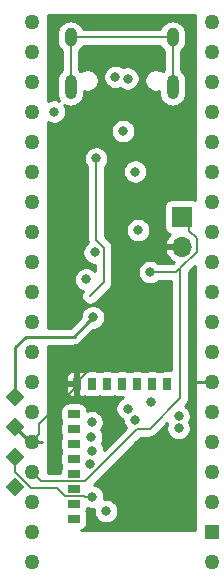
<source format=gbr>
G04 #@! TF.GenerationSoftware,KiCad,Pcbnew,(5.1.8)-1*
G04 #@! TF.CreationDate,2021-04-26T09:33:21+02:00*
G04 #@! TF.ProjectId,BlueMacro,426c7565-4d61-4637-926f-2e6b69636164,rev?*
G04 #@! TF.SameCoordinates,Original*
G04 #@! TF.FileFunction,Copper,L4,Bot*
G04 #@! TF.FilePolarity,Positive*
%FSLAX46Y46*%
G04 Gerber Fmt 4.6, Leading zero omitted, Abs format (unit mm)*
G04 Created by KiCad (PCBNEW (5.1.8)-1) date 2021-04-26 09:33:21*
%MOMM*%
%LPD*%
G01*
G04 APERTURE LIST*
G04 #@! TA.AperFunction,WasherPad*
%ADD10C,1.270000*%
G04 #@! TD*
G04 #@! TA.AperFunction,ComponentPad*
%ADD11C,1.270000*%
G04 #@! TD*
G04 #@! TA.AperFunction,ComponentPad*
%ADD12R,1.250000X1.250000*%
G04 #@! TD*
G04 #@! TA.AperFunction,ComponentPad*
%ADD13R,1.700000X1.700000*%
G04 #@! TD*
G04 #@! TA.AperFunction,ComponentPad*
%ADD14O,1.700000X1.700000*%
G04 #@! TD*
G04 #@! TA.AperFunction,ComponentPad*
%ADD15O,1.000000X1.600000*%
G04 #@! TD*
G04 #@! TA.AperFunction,ComponentPad*
%ADD16O,1.000000X2.100000*%
G04 #@! TD*
G04 #@! TA.AperFunction,ComponentPad*
%ADD17R,0.650000X1.000000*%
G04 #@! TD*
G04 #@! TA.AperFunction,ComponentPad*
%ADD18R,1.000000X0.650000*%
G04 #@! TD*
G04 #@! TA.AperFunction,ComponentPad*
%ADD19C,0.100000*%
G04 #@! TD*
G04 #@! TA.AperFunction,ViaPad*
%ADD20C,0.800000*%
G04 #@! TD*
G04 #@! TA.AperFunction,Conductor*
%ADD21C,0.200000*%
G04 #@! TD*
G04 #@! TA.AperFunction,Conductor*
%ADD22C,0.250000*%
G04 #@! TD*
G04 #@! TA.AperFunction,Conductor*
%ADD23C,0.254000*%
G04 #@! TD*
G04 #@! TA.AperFunction,Conductor*
%ADD24C,0.100000*%
G04 #@! TD*
G04 APERTURE END LIST*
D10*
X55880000Y-27940000D03*
X40640000Y-27940000D03*
X55880000Y-73660000D03*
X40640000Y-73660000D03*
D11*
X40640000Y-71120000D03*
X40640000Y-68580000D03*
X40640000Y-66040000D03*
X40640000Y-63500000D03*
X40640000Y-60960000D03*
X40640000Y-53340000D03*
X40640000Y-50800000D03*
X40640000Y-48260000D03*
X40640000Y-55880000D03*
X40640000Y-58420000D03*
D12*
X55880000Y-71120000D03*
D11*
X55880000Y-68580000D03*
X55880000Y-66040000D03*
X55880000Y-63500000D03*
X55880000Y-60960000D03*
X55880000Y-58420000D03*
X55880000Y-55880000D03*
X55880000Y-53340000D03*
X55880000Y-50800000D03*
X55880000Y-48260000D03*
X55880000Y-45720000D03*
X55880000Y-43180000D03*
X40640000Y-45720000D03*
X40640000Y-43180000D03*
X40640000Y-40640000D03*
X40640000Y-38100000D03*
X40640000Y-35560000D03*
X40640000Y-33020000D03*
X40640000Y-30480000D03*
X55880000Y-30480000D03*
X55880000Y-33020000D03*
X55880000Y-35560000D03*
X55880000Y-38100000D03*
X55880000Y-40640000D03*
D13*
X53340000Y-44450000D03*
D14*
X53340000Y-46990000D03*
D15*
X43940000Y-29270000D03*
X52580000Y-29270000D03*
D16*
X43940000Y-33450000D03*
X52580000Y-33450000D03*
D17*
X48283000Y-58607000D03*
X44473000Y-58607000D03*
X45743000Y-58607000D03*
X49553000Y-58607000D03*
X47013000Y-58607000D03*
X52093000Y-58607000D03*
X50823000Y-58607000D03*
D18*
X44219000Y-70037000D03*
X44219000Y-68767000D03*
X44219000Y-67497000D03*
X44219000Y-66227000D03*
X44219000Y-64957000D03*
X44219000Y-63687000D03*
X44219000Y-62417000D03*
X44219000Y-61147000D03*
G04 #@! TA.AperFunction,ComponentPad*
D19*
G36*
X39243000Y-60467817D02*
G01*
X38465183Y-59690000D01*
X39243000Y-58912183D01*
X40020817Y-59690000D01*
X39243000Y-60467817D01*
G37*
G04 #@! TD.AperFunction*
G04 #@! TA.AperFunction,ComponentPad*
G36*
X39243000Y-63007817D02*
G01*
X38465183Y-62230000D01*
X39243000Y-61452183D01*
X40020817Y-62230000D01*
X39243000Y-63007817D01*
G37*
G04 #@! TD.AperFunction*
G04 #@! TA.AperFunction,ComponentPad*
G36*
X39243000Y-65547817D02*
G01*
X38465183Y-64770000D01*
X39243000Y-63992183D01*
X40020817Y-64770000D01*
X39243000Y-65547817D01*
G37*
G04 #@! TD.AperFunction*
G04 #@! TA.AperFunction,ComponentPad*
G36*
X39243000Y-68087817D02*
G01*
X38465183Y-67310000D01*
X39243000Y-66532183D01*
X40020817Y-67310000D01*
X39243000Y-68087817D01*
G37*
G04 #@! TD.AperFunction*
D20*
X53340000Y-42418000D03*
X52203831Y-35488064D03*
X44316172Y-35488067D03*
X43942000Y-50546000D03*
X47371000Y-42037000D03*
X49657000Y-63754000D03*
X48338011Y-62357000D03*
X46101000Y-39522400D03*
X50673000Y-49149000D03*
X45835649Y-52973684D03*
X49657000Y-45593000D03*
X49403000Y-61631990D03*
X48387000Y-37211000D03*
X45966029Y-47482409D03*
X45755300Y-68160775D03*
X48768000Y-32766000D03*
X45666660Y-63121540D03*
X47726976Y-32628914D03*
X45719991Y-61848991D03*
X45247876Y-49774684D03*
X45574265Y-65386271D03*
X45758100Y-64297560D03*
X53085990Y-62357000D03*
X53086000Y-61341000D03*
X42545000Y-35560000D03*
X49403000Y-40640000D03*
X48768000Y-60706000D03*
X50747991Y-60161560D03*
X46956980Y-69377560D03*
D21*
X41274999Y-62865001D02*
X40640000Y-63500000D01*
X41274999Y-61980001D02*
X41274999Y-62865001D01*
X44473000Y-58782000D02*
X41274999Y-61980001D01*
X44473000Y-58607000D02*
X44473000Y-58782000D01*
X44473000Y-58607000D02*
X44473000Y-58432000D01*
X47285002Y-55619998D02*
X47285002Y-52414000D01*
X44473000Y-58432000D02*
X47285002Y-55619998D01*
D22*
X55880000Y-58420000D02*
X54356000Y-58420000D01*
X41538025Y-63500000D02*
X40640000Y-63500000D01*
X40513000Y-63500000D02*
X39243000Y-62230000D01*
X40640000Y-63500000D02*
X40513000Y-63500000D01*
D21*
X46101000Y-46422443D02*
X46101000Y-39522400D01*
X45575836Y-51184011D02*
X46745498Y-50014349D01*
X46745498Y-50014349D02*
X46745498Y-47066941D01*
X46745498Y-47066941D02*
X46101000Y-46422443D01*
X40640000Y-66040000D02*
X41452001Y-66852001D01*
X41452001Y-66852001D02*
X45161999Y-66852001D01*
X50628001Y-62422001D02*
X53213000Y-59837002D01*
X49591999Y-62422001D02*
X50628001Y-62422001D01*
X45161999Y-66852001D02*
X49591999Y-62422001D01*
X53213000Y-59837002D02*
X53213000Y-48819002D01*
X52883002Y-49149000D02*
X50673000Y-49149000D01*
X53213000Y-48819002D02*
X52883002Y-49149000D01*
X53594000Y-44450000D02*
X53340000Y-44450000D01*
X53975000Y-44831000D02*
X53594000Y-44450000D01*
X53975000Y-45641260D02*
X53975000Y-44831000D01*
X54627780Y-46294040D02*
X53975000Y-45641260D01*
X54627780Y-47406560D02*
X54627780Y-46294040D01*
X53215338Y-48819002D02*
X54627780Y-47406560D01*
X53213000Y-48819002D02*
X53215338Y-48819002D01*
D22*
X45435650Y-53373683D02*
X45835649Y-52973684D01*
X45763656Y-53045677D02*
X45835649Y-52973684D01*
X40132000Y-54610000D02*
X44199333Y-54610000D01*
X39243000Y-59690000D02*
X39243000Y-55499000D01*
X39243000Y-55499000D02*
X40132000Y-54610000D01*
X44199333Y-54610000D02*
X45435650Y-53373683D01*
D21*
X40553099Y-67418001D02*
X42755001Y-67418001D01*
X42755001Y-67418001D02*
X43463329Y-68126329D01*
X45189615Y-68160775D02*
X45755300Y-68160775D01*
X39243000Y-66107902D02*
X40553099Y-67418001D01*
X43463329Y-68126329D02*
X45155169Y-68126329D01*
X39243000Y-64770000D02*
X39243000Y-66107902D01*
X45155169Y-68126329D02*
X45189615Y-68160775D01*
X52580000Y-30270000D02*
X52580000Y-33450000D01*
X52580000Y-29270000D02*
X52580000Y-30270000D01*
X43940000Y-30270000D02*
X43940000Y-33450000D01*
X43940000Y-29270000D02*
X43940000Y-30270000D01*
X43940000Y-29270000D02*
X51880000Y-29270000D01*
X51880000Y-29270000D02*
X52580000Y-29270000D01*
D23*
X54483000Y-70993000D02*
X44790806Y-70993000D01*
X44843482Y-70987812D01*
X44963180Y-70951502D01*
X45073494Y-70892537D01*
X45170185Y-70813185D01*
X45249537Y-70716494D01*
X45308502Y-70606180D01*
X45344812Y-70486482D01*
X45357072Y-70362000D01*
X45357072Y-69712000D01*
X45344812Y-69587518D01*
X45308502Y-69467820D01*
X45273320Y-69402000D01*
X45308502Y-69336180D01*
X45344812Y-69216482D01*
X45354792Y-69115155D01*
X45453402Y-69156001D01*
X45653361Y-69195775D01*
X45857239Y-69195775D01*
X45941184Y-69179078D01*
X45921980Y-69275621D01*
X45921980Y-69479499D01*
X45961754Y-69679458D01*
X46039775Y-69867816D01*
X46153043Y-70037334D01*
X46297206Y-70181497D01*
X46466724Y-70294765D01*
X46655082Y-70372786D01*
X46855041Y-70412560D01*
X47058919Y-70412560D01*
X47258878Y-70372786D01*
X47447236Y-70294765D01*
X47616754Y-70181497D01*
X47760917Y-70037334D01*
X47874185Y-69867816D01*
X47952206Y-69679458D01*
X47991980Y-69479499D01*
X47991980Y-69275621D01*
X47952206Y-69075662D01*
X47874185Y-68887304D01*
X47760917Y-68717786D01*
X47616754Y-68573623D01*
X47447236Y-68460355D01*
X47258878Y-68382334D01*
X47058919Y-68342560D01*
X46855041Y-68342560D01*
X46771096Y-68359257D01*
X46790300Y-68262714D01*
X46790300Y-68058836D01*
X46750526Y-67858877D01*
X46672505Y-67670519D01*
X46559237Y-67501001D01*
X46415074Y-67356838D01*
X46245556Y-67243570D01*
X46057198Y-67165549D01*
X45915986Y-67137460D01*
X49896446Y-63157001D01*
X50591896Y-63157001D01*
X50628001Y-63160557D01*
X50664106Y-63157001D01*
X50772086Y-63146366D01*
X50910634Y-63104338D01*
X51038321Y-63036088D01*
X51150239Y-62944239D01*
X51173260Y-62916189D01*
X52130658Y-61958791D01*
X52090764Y-62055102D01*
X52050990Y-62255061D01*
X52050990Y-62458939D01*
X52090764Y-62658898D01*
X52168785Y-62847256D01*
X52282053Y-63016774D01*
X52426216Y-63160937D01*
X52595734Y-63274205D01*
X52784092Y-63352226D01*
X52984051Y-63392000D01*
X53187929Y-63392000D01*
X53387888Y-63352226D01*
X53576246Y-63274205D01*
X53745764Y-63160937D01*
X53889927Y-63016774D01*
X54003195Y-62847256D01*
X54081216Y-62658898D01*
X54120990Y-62458939D01*
X54120990Y-62255061D01*
X54081216Y-62055102D01*
X54003195Y-61866744D01*
X53991344Y-61849007D01*
X54003205Y-61831256D01*
X54081226Y-61642898D01*
X54121000Y-61442939D01*
X54121000Y-61239061D01*
X54081226Y-61039102D01*
X54003205Y-60850744D01*
X53889937Y-60681226D01*
X53745774Y-60537063D01*
X53629846Y-60459603D01*
X53707197Y-60382252D01*
X53735237Y-60359240D01*
X53758250Y-60331199D01*
X53758253Y-60331196D01*
X53827087Y-60247322D01*
X53895337Y-60119636D01*
X53937365Y-59981087D01*
X53951556Y-59837002D01*
X53948000Y-59800897D01*
X53948000Y-49125786D01*
X54483000Y-48590787D01*
X54483000Y-70993000D01*
G04 #@! TA.AperFunction,Conductor*
D24*
G36*
X54483000Y-70993000D02*
G01*
X44790806Y-70993000D01*
X44843482Y-70987812D01*
X44963180Y-70951502D01*
X45073494Y-70892537D01*
X45170185Y-70813185D01*
X45249537Y-70716494D01*
X45308502Y-70606180D01*
X45344812Y-70486482D01*
X45357072Y-70362000D01*
X45357072Y-69712000D01*
X45344812Y-69587518D01*
X45308502Y-69467820D01*
X45273320Y-69402000D01*
X45308502Y-69336180D01*
X45344812Y-69216482D01*
X45354792Y-69115155D01*
X45453402Y-69156001D01*
X45653361Y-69195775D01*
X45857239Y-69195775D01*
X45941184Y-69179078D01*
X45921980Y-69275621D01*
X45921980Y-69479499D01*
X45961754Y-69679458D01*
X46039775Y-69867816D01*
X46153043Y-70037334D01*
X46297206Y-70181497D01*
X46466724Y-70294765D01*
X46655082Y-70372786D01*
X46855041Y-70412560D01*
X47058919Y-70412560D01*
X47258878Y-70372786D01*
X47447236Y-70294765D01*
X47616754Y-70181497D01*
X47760917Y-70037334D01*
X47874185Y-69867816D01*
X47952206Y-69679458D01*
X47991980Y-69479499D01*
X47991980Y-69275621D01*
X47952206Y-69075662D01*
X47874185Y-68887304D01*
X47760917Y-68717786D01*
X47616754Y-68573623D01*
X47447236Y-68460355D01*
X47258878Y-68382334D01*
X47058919Y-68342560D01*
X46855041Y-68342560D01*
X46771096Y-68359257D01*
X46790300Y-68262714D01*
X46790300Y-68058836D01*
X46750526Y-67858877D01*
X46672505Y-67670519D01*
X46559237Y-67501001D01*
X46415074Y-67356838D01*
X46245556Y-67243570D01*
X46057198Y-67165549D01*
X45915986Y-67137460D01*
X49896446Y-63157001D01*
X50591896Y-63157001D01*
X50628001Y-63160557D01*
X50664106Y-63157001D01*
X50772086Y-63146366D01*
X50910634Y-63104338D01*
X51038321Y-63036088D01*
X51150239Y-62944239D01*
X51173260Y-62916189D01*
X52130658Y-61958791D01*
X52090764Y-62055102D01*
X52050990Y-62255061D01*
X52050990Y-62458939D01*
X52090764Y-62658898D01*
X52168785Y-62847256D01*
X52282053Y-63016774D01*
X52426216Y-63160937D01*
X52595734Y-63274205D01*
X52784092Y-63352226D01*
X52984051Y-63392000D01*
X53187929Y-63392000D01*
X53387888Y-63352226D01*
X53576246Y-63274205D01*
X53745764Y-63160937D01*
X53889927Y-63016774D01*
X54003195Y-62847256D01*
X54081216Y-62658898D01*
X54120990Y-62458939D01*
X54120990Y-62255061D01*
X54081216Y-62055102D01*
X54003195Y-61866744D01*
X53991344Y-61849007D01*
X54003205Y-61831256D01*
X54081226Y-61642898D01*
X54121000Y-61442939D01*
X54121000Y-61239061D01*
X54081226Y-61039102D01*
X54003205Y-60850744D01*
X53889937Y-60681226D01*
X53745774Y-60537063D01*
X53629846Y-60459603D01*
X53707197Y-60382252D01*
X53735237Y-60359240D01*
X53758250Y-60331199D01*
X53758253Y-60331196D01*
X53827087Y-60247322D01*
X53895337Y-60119636D01*
X53937365Y-59981087D01*
X53951556Y-59837002D01*
X53948000Y-59800897D01*
X53948000Y-49125786D01*
X54483000Y-48590787D01*
X54483000Y-70993000D01*
G37*
G04 #@! TD.AperFunction*
D23*
X54483000Y-43036593D02*
X54434180Y-43010498D01*
X54314482Y-42974188D01*
X54190000Y-42961928D01*
X52490000Y-42961928D01*
X52365518Y-42974188D01*
X52245820Y-43010498D01*
X52135506Y-43069463D01*
X52038815Y-43148815D01*
X51959463Y-43245506D01*
X51900498Y-43355820D01*
X51864188Y-43475518D01*
X51851928Y-43600000D01*
X51851928Y-45300000D01*
X51864188Y-45424482D01*
X51900498Y-45544180D01*
X51959463Y-45654494D01*
X52038815Y-45751185D01*
X52135506Y-45830537D01*
X52245820Y-45889502D01*
X52326466Y-45913966D01*
X52242412Y-45989731D01*
X52068359Y-46223080D01*
X51943175Y-46485901D01*
X51898524Y-46633110D01*
X52019845Y-46863000D01*
X53213000Y-46863000D01*
X53213000Y-46843000D01*
X53467000Y-46843000D01*
X53467000Y-46863000D01*
X53487000Y-46863000D01*
X53487000Y-47117000D01*
X53467000Y-47117000D01*
X53467000Y-47137000D01*
X53213000Y-47137000D01*
X53213000Y-47117000D01*
X52019845Y-47117000D01*
X51898524Y-47346890D01*
X51943175Y-47494099D01*
X52068359Y-47756920D01*
X52242412Y-47990269D01*
X52458645Y-48185178D01*
X52676056Y-48314683D01*
X52667741Y-48324815D01*
X52578556Y-48414000D01*
X51401711Y-48414000D01*
X51332774Y-48345063D01*
X51163256Y-48231795D01*
X50974898Y-48153774D01*
X50774939Y-48114000D01*
X50571061Y-48114000D01*
X50371102Y-48153774D01*
X50182744Y-48231795D01*
X50013226Y-48345063D01*
X49869063Y-48489226D01*
X49755795Y-48658744D01*
X49677774Y-48847102D01*
X49638000Y-49047061D01*
X49638000Y-49250939D01*
X49677774Y-49450898D01*
X49755795Y-49639256D01*
X49869063Y-49808774D01*
X50013226Y-49952937D01*
X50182744Y-50066205D01*
X50371102Y-50144226D01*
X50571061Y-50184000D01*
X50774939Y-50184000D01*
X50974898Y-50144226D01*
X51163256Y-50066205D01*
X51332774Y-49952937D01*
X51401711Y-49884000D01*
X52478001Y-49884000D01*
X52478000Y-57474837D01*
X52418000Y-57468928D01*
X51768000Y-57468928D01*
X51643518Y-57481188D01*
X51523820Y-57517498D01*
X51458000Y-57552680D01*
X51392180Y-57517498D01*
X51272482Y-57481188D01*
X51148000Y-57468928D01*
X50498000Y-57468928D01*
X50373518Y-57481188D01*
X50253820Y-57517498D01*
X50188000Y-57552680D01*
X50122180Y-57517498D01*
X50002482Y-57481188D01*
X49878000Y-57468928D01*
X49228000Y-57468928D01*
X49103518Y-57481188D01*
X48983820Y-57517498D01*
X48918000Y-57552680D01*
X48852180Y-57517498D01*
X48732482Y-57481188D01*
X48608000Y-57468928D01*
X47958000Y-57468928D01*
X47833518Y-57481188D01*
X47713820Y-57517498D01*
X47648000Y-57552680D01*
X47582180Y-57517498D01*
X47462482Y-57481188D01*
X47338000Y-57468928D01*
X46688000Y-57468928D01*
X46563518Y-57481188D01*
X46443820Y-57517498D01*
X46378000Y-57552680D01*
X46312180Y-57517498D01*
X46192482Y-57481188D01*
X46068000Y-57468928D01*
X45418000Y-57468928D01*
X45293518Y-57481188D01*
X45173820Y-57517498D01*
X45108000Y-57552680D01*
X45042180Y-57517498D01*
X44922482Y-57481188D01*
X44798000Y-57468928D01*
X44758750Y-57472000D01*
X44600000Y-57630750D01*
X44600000Y-58480000D01*
X44620000Y-58480000D01*
X44620000Y-58734000D01*
X44600000Y-58734000D01*
X44600000Y-59583250D01*
X44758750Y-59742000D01*
X44798000Y-59745072D01*
X44922482Y-59732812D01*
X45042180Y-59696502D01*
X45108000Y-59661320D01*
X45173820Y-59696502D01*
X45293518Y-59732812D01*
X45418000Y-59745072D01*
X46068000Y-59745072D01*
X46192482Y-59732812D01*
X46312180Y-59696502D01*
X46378000Y-59661320D01*
X46443820Y-59696502D01*
X46563518Y-59732812D01*
X46688000Y-59745072D01*
X47338000Y-59745072D01*
X47462482Y-59732812D01*
X47582180Y-59696502D01*
X47648000Y-59661320D01*
X47713820Y-59696502D01*
X47833518Y-59732812D01*
X47958000Y-59745072D01*
X48383300Y-59745072D01*
X48277744Y-59788795D01*
X48108226Y-59902063D01*
X47964063Y-60046226D01*
X47850795Y-60215744D01*
X47772774Y-60404102D01*
X47733000Y-60604061D01*
X47733000Y-60807939D01*
X47772774Y-61007898D01*
X47850795Y-61196256D01*
X47964063Y-61365774D01*
X48108226Y-61509937D01*
X48277744Y-61623205D01*
X48368000Y-61660591D01*
X48368000Y-61733929D01*
X48407774Y-61933888D01*
X48485795Y-62122246D01*
X48599063Y-62291764D01*
X48640926Y-62333627D01*
X46790749Y-64183804D01*
X46753326Y-63995662D01*
X46675305Y-63807304D01*
X46564268Y-63641125D01*
X46583865Y-63611796D01*
X46661886Y-63423438D01*
X46701660Y-63223479D01*
X46701660Y-63019601D01*
X46661886Y-62819642D01*
X46583865Y-62631284D01*
X46510783Y-62521910D01*
X46523928Y-62508765D01*
X46637196Y-62339247D01*
X46715217Y-62150889D01*
X46754991Y-61950930D01*
X46754991Y-61747052D01*
X46715217Y-61547093D01*
X46637196Y-61358735D01*
X46523928Y-61189217D01*
X46379765Y-61045054D01*
X46210247Y-60931786D01*
X46021889Y-60853765D01*
X45821930Y-60813991D01*
X45618052Y-60813991D01*
X45418093Y-60853765D01*
X45357072Y-60879041D01*
X45357072Y-60822000D01*
X45344812Y-60697518D01*
X45308502Y-60577820D01*
X45249537Y-60467506D01*
X45170185Y-60370815D01*
X45073494Y-60291463D01*
X44963180Y-60232498D01*
X44843482Y-60196188D01*
X44719000Y-60183928D01*
X43719000Y-60183928D01*
X43594518Y-60196188D01*
X43474820Y-60232498D01*
X43364506Y-60291463D01*
X43267815Y-60370815D01*
X43188463Y-60467506D01*
X43129498Y-60577820D01*
X43093188Y-60697518D01*
X43080928Y-60822000D01*
X43080928Y-61472000D01*
X43093188Y-61596482D01*
X43129498Y-61716180D01*
X43164680Y-61782000D01*
X43129498Y-61847820D01*
X43093188Y-61967518D01*
X43080928Y-62092000D01*
X43080928Y-62742000D01*
X43093188Y-62866482D01*
X43129498Y-62986180D01*
X43164680Y-63052000D01*
X43129498Y-63117820D01*
X43093188Y-63237518D01*
X43080928Y-63362000D01*
X43080928Y-64012000D01*
X43093188Y-64136482D01*
X43129498Y-64256180D01*
X43164680Y-64322000D01*
X43129498Y-64387820D01*
X43093188Y-64507518D01*
X43080928Y-64632000D01*
X43080928Y-65282000D01*
X43093188Y-65406482D01*
X43129498Y-65526180D01*
X43164680Y-65592000D01*
X43129498Y-65657820D01*
X43093188Y-65777518D01*
X43080928Y-65902000D01*
X43080928Y-66117001D01*
X42037000Y-66117001D01*
X42037000Y-59107000D01*
X43509928Y-59107000D01*
X43522188Y-59231482D01*
X43558498Y-59351180D01*
X43617463Y-59461494D01*
X43696815Y-59558185D01*
X43793506Y-59637537D01*
X43903820Y-59696502D01*
X44023518Y-59732812D01*
X44148000Y-59745072D01*
X44187250Y-59742000D01*
X44346000Y-59583250D01*
X44346000Y-58734000D01*
X43671750Y-58734000D01*
X43513000Y-58892750D01*
X43509928Y-59107000D01*
X42037000Y-59107000D01*
X42037000Y-58107000D01*
X43509928Y-58107000D01*
X43513000Y-58321250D01*
X43671750Y-58480000D01*
X44346000Y-58480000D01*
X44346000Y-57630750D01*
X44187250Y-57472000D01*
X44148000Y-57468928D01*
X44023518Y-57481188D01*
X43903820Y-57517498D01*
X43793506Y-57576463D01*
X43696815Y-57655815D01*
X43617463Y-57752506D01*
X43558498Y-57862820D01*
X43522188Y-57982518D01*
X43509928Y-58107000D01*
X42037000Y-58107000D01*
X42037000Y-55370000D01*
X44162011Y-55370000D01*
X44199333Y-55373676D01*
X44236655Y-55370000D01*
X44236666Y-55370000D01*
X44348319Y-55359003D01*
X44491580Y-55315546D01*
X44623609Y-55244974D01*
X44739334Y-55150001D01*
X44763137Y-55120997D01*
X45875451Y-54008684D01*
X45937588Y-54008684D01*
X46137547Y-53968910D01*
X46325905Y-53890889D01*
X46495423Y-53777621D01*
X46639586Y-53633458D01*
X46752854Y-53463940D01*
X46830875Y-53275582D01*
X46870649Y-53075623D01*
X46870649Y-52871745D01*
X46830875Y-52671786D01*
X46752854Y-52483428D01*
X46639586Y-52313910D01*
X46495423Y-52169747D01*
X46325905Y-52056479D01*
X46137547Y-51978458D01*
X45937588Y-51938684D01*
X45733710Y-51938684D01*
X45533751Y-51978458D01*
X45345393Y-52056479D01*
X45175875Y-52169747D01*
X45031712Y-52313910D01*
X44918444Y-52483428D01*
X44840423Y-52671786D01*
X44800649Y-52871745D01*
X44800649Y-52933882D01*
X43884532Y-53850000D01*
X42037000Y-53850000D01*
X42037000Y-49672745D01*
X44212876Y-49672745D01*
X44212876Y-49876623D01*
X44252650Y-50076582D01*
X44330671Y-50264940D01*
X44443939Y-50434458D01*
X44588102Y-50578621D01*
X44757620Y-50691889D01*
X44945978Y-50769910D01*
X44962205Y-50773138D01*
X44961750Y-50773692D01*
X44893500Y-50901378D01*
X44851471Y-51039926D01*
X44837280Y-51184011D01*
X44851471Y-51328096D01*
X44893500Y-51466644D01*
X44961750Y-51594330D01*
X45053599Y-51706248D01*
X45165517Y-51798097D01*
X45293203Y-51866347D01*
X45431751Y-51908376D01*
X45575836Y-51922567D01*
X45719921Y-51908376D01*
X45858469Y-51866347D01*
X45986155Y-51798097D01*
X46070029Y-51729264D01*
X47239695Y-50559599D01*
X47267735Y-50536587D01*
X47290748Y-50508546D01*
X47290751Y-50508543D01*
X47315615Y-50478246D01*
X47359585Y-50424669D01*
X47427835Y-50296982D01*
X47469863Y-50158434D01*
X47480498Y-50050454D01*
X47480498Y-50050453D01*
X47484054Y-50014349D01*
X47480498Y-49978244D01*
X47480498Y-47103046D01*
X47484054Y-47066941D01*
X47469863Y-46922856D01*
X47444514Y-46839293D01*
X47427835Y-46784308D01*
X47359585Y-46656621D01*
X47267736Y-46544703D01*
X47239691Y-46521687D01*
X46836000Y-46117997D01*
X46836000Y-45491061D01*
X48622000Y-45491061D01*
X48622000Y-45694939D01*
X48661774Y-45894898D01*
X48739795Y-46083256D01*
X48853063Y-46252774D01*
X48997226Y-46396937D01*
X49166744Y-46510205D01*
X49355102Y-46588226D01*
X49555061Y-46628000D01*
X49758939Y-46628000D01*
X49958898Y-46588226D01*
X50147256Y-46510205D01*
X50316774Y-46396937D01*
X50460937Y-46252774D01*
X50574205Y-46083256D01*
X50652226Y-45894898D01*
X50692000Y-45694939D01*
X50692000Y-45491061D01*
X50652226Y-45291102D01*
X50574205Y-45102744D01*
X50460937Y-44933226D01*
X50316774Y-44789063D01*
X50147256Y-44675795D01*
X49958898Y-44597774D01*
X49758939Y-44558000D01*
X49555061Y-44558000D01*
X49355102Y-44597774D01*
X49166744Y-44675795D01*
X48997226Y-44789063D01*
X48853063Y-44933226D01*
X48739795Y-45102744D01*
X48661774Y-45291102D01*
X48622000Y-45491061D01*
X46836000Y-45491061D01*
X46836000Y-40538061D01*
X48368000Y-40538061D01*
X48368000Y-40741939D01*
X48407774Y-40941898D01*
X48485795Y-41130256D01*
X48599063Y-41299774D01*
X48743226Y-41443937D01*
X48912744Y-41557205D01*
X49101102Y-41635226D01*
X49301061Y-41675000D01*
X49504939Y-41675000D01*
X49704898Y-41635226D01*
X49893256Y-41557205D01*
X50062774Y-41443937D01*
X50206937Y-41299774D01*
X50320205Y-41130256D01*
X50398226Y-40941898D01*
X50438000Y-40741939D01*
X50438000Y-40538061D01*
X50398226Y-40338102D01*
X50320205Y-40149744D01*
X50206937Y-39980226D01*
X50062774Y-39836063D01*
X49893256Y-39722795D01*
X49704898Y-39644774D01*
X49504939Y-39605000D01*
X49301061Y-39605000D01*
X49101102Y-39644774D01*
X48912744Y-39722795D01*
X48743226Y-39836063D01*
X48599063Y-39980226D01*
X48485795Y-40149744D01*
X48407774Y-40338102D01*
X48368000Y-40538061D01*
X46836000Y-40538061D01*
X46836000Y-40251111D01*
X46904937Y-40182174D01*
X47018205Y-40012656D01*
X47096226Y-39824298D01*
X47136000Y-39624339D01*
X47136000Y-39420461D01*
X47096226Y-39220502D01*
X47018205Y-39032144D01*
X46904937Y-38862626D01*
X46760774Y-38718463D01*
X46591256Y-38605195D01*
X46402898Y-38527174D01*
X46202939Y-38487400D01*
X45999061Y-38487400D01*
X45799102Y-38527174D01*
X45610744Y-38605195D01*
X45441226Y-38718463D01*
X45297063Y-38862626D01*
X45183795Y-39032144D01*
X45105774Y-39220502D01*
X45066000Y-39420461D01*
X45066000Y-39624339D01*
X45105774Y-39824298D01*
X45183795Y-40012656D01*
X45297063Y-40182174D01*
X45366001Y-40251112D01*
X45366000Y-46386338D01*
X45362444Y-46422443D01*
X45376505Y-46565204D01*
X45376635Y-46566527D01*
X45393009Y-46620505D01*
X45306255Y-46678472D01*
X45162092Y-46822635D01*
X45048824Y-46992153D01*
X44970803Y-47180511D01*
X44931029Y-47380470D01*
X44931029Y-47584348D01*
X44970803Y-47784307D01*
X45048824Y-47972665D01*
X45162092Y-48142183D01*
X45306255Y-48286346D01*
X45475773Y-48399614D01*
X45664131Y-48477635D01*
X45864090Y-48517409D01*
X46010499Y-48517409D01*
X46010498Y-49073595D01*
X45907650Y-48970747D01*
X45738132Y-48857479D01*
X45549774Y-48779458D01*
X45349815Y-48739684D01*
X45145937Y-48739684D01*
X44945978Y-48779458D01*
X44757620Y-48857479D01*
X44588102Y-48970747D01*
X44443939Y-49114910D01*
X44330671Y-49284428D01*
X44252650Y-49472786D01*
X44212876Y-49672745D01*
X42037000Y-49672745D01*
X42037000Y-37109061D01*
X47352000Y-37109061D01*
X47352000Y-37312939D01*
X47391774Y-37512898D01*
X47469795Y-37701256D01*
X47583063Y-37870774D01*
X47727226Y-38014937D01*
X47896744Y-38128205D01*
X48085102Y-38206226D01*
X48285061Y-38246000D01*
X48488939Y-38246000D01*
X48688898Y-38206226D01*
X48877256Y-38128205D01*
X49046774Y-38014937D01*
X49190937Y-37870774D01*
X49304205Y-37701256D01*
X49382226Y-37512898D01*
X49422000Y-37312939D01*
X49422000Y-37109061D01*
X49382226Y-36909102D01*
X49304205Y-36720744D01*
X49190937Y-36551226D01*
X49046774Y-36407063D01*
X48877256Y-36293795D01*
X48688898Y-36215774D01*
X48488939Y-36176000D01*
X48285061Y-36176000D01*
X48085102Y-36215774D01*
X47896744Y-36293795D01*
X47727226Y-36407063D01*
X47583063Y-36551226D01*
X47469795Y-36720744D01*
X47391774Y-36909102D01*
X47352000Y-37109061D01*
X42037000Y-37109061D01*
X42037000Y-36465349D01*
X42054744Y-36477205D01*
X42243102Y-36555226D01*
X42443061Y-36595000D01*
X42646939Y-36595000D01*
X42846898Y-36555226D01*
X43035256Y-36477205D01*
X43204774Y-36363937D01*
X43348937Y-36219774D01*
X43462205Y-36050256D01*
X43540226Y-35861898D01*
X43580000Y-35661939D01*
X43580000Y-35458061D01*
X43540226Y-35258102D01*
X43462205Y-35069744D01*
X43422533Y-35010370D01*
X43503553Y-35053676D01*
X43717501Y-35118577D01*
X43940000Y-35140491D01*
X44162498Y-35118577D01*
X44376446Y-35053676D01*
X44573623Y-34948284D01*
X44746449Y-34806449D01*
X44888284Y-34633623D01*
X44993676Y-34436447D01*
X45058577Y-34222499D01*
X45075000Y-34055752D01*
X45075000Y-33836904D01*
X45089978Y-33843108D01*
X45275448Y-33880000D01*
X45464552Y-33880000D01*
X45650022Y-33843108D01*
X45824731Y-33770741D01*
X45981964Y-33665681D01*
X46115681Y-33531964D01*
X46220741Y-33374731D01*
X46293108Y-33200022D01*
X46330000Y-33014552D01*
X46330000Y-32825448D01*
X46293108Y-32639978D01*
X46246301Y-32526975D01*
X46691976Y-32526975D01*
X46691976Y-32730853D01*
X46731750Y-32930812D01*
X46809771Y-33119170D01*
X46923039Y-33288688D01*
X47067202Y-33432851D01*
X47236720Y-33546119D01*
X47425078Y-33624140D01*
X47625037Y-33663914D01*
X47828915Y-33663914D01*
X48028874Y-33624140D01*
X48127936Y-33583107D01*
X48277744Y-33683205D01*
X48466102Y-33761226D01*
X48666061Y-33801000D01*
X48869939Y-33801000D01*
X49069898Y-33761226D01*
X49258256Y-33683205D01*
X49427774Y-33569937D01*
X49571937Y-33425774D01*
X49685205Y-33256256D01*
X49763226Y-33067898D01*
X49803000Y-32867939D01*
X49803000Y-32664061D01*
X49763226Y-32464102D01*
X49685205Y-32275744D01*
X49571937Y-32106226D01*
X49427774Y-31962063D01*
X49258256Y-31848795D01*
X49069898Y-31770774D01*
X48869939Y-31731000D01*
X48666061Y-31731000D01*
X48466102Y-31770774D01*
X48367040Y-31811807D01*
X48217232Y-31711709D01*
X48028874Y-31633688D01*
X47828915Y-31593914D01*
X47625037Y-31593914D01*
X47425078Y-31633688D01*
X47236720Y-31711709D01*
X47067202Y-31824977D01*
X46923039Y-31969140D01*
X46809771Y-32138658D01*
X46731750Y-32327016D01*
X46691976Y-32526975D01*
X46246301Y-32526975D01*
X46220741Y-32465269D01*
X46115681Y-32308036D01*
X45981964Y-32174319D01*
X45824731Y-32069259D01*
X45650022Y-31996892D01*
X45464552Y-31960000D01*
X45275448Y-31960000D01*
X45089978Y-31996892D01*
X44915269Y-32069259D01*
X44793362Y-32150715D01*
X44746449Y-32093551D01*
X44675000Y-32034914D01*
X44675000Y-30435086D01*
X44746449Y-30376449D01*
X44888284Y-30203623D01*
X44993676Y-30006447D01*
X44994115Y-30005000D01*
X51525885Y-30005000D01*
X51526324Y-30006446D01*
X51631716Y-30203623D01*
X51773551Y-30376449D01*
X51845000Y-30435086D01*
X51845001Y-32034915D01*
X51773552Y-32093551D01*
X51726638Y-32150715D01*
X51604731Y-32069259D01*
X51430022Y-31996892D01*
X51244552Y-31960000D01*
X51055448Y-31960000D01*
X50869978Y-31996892D01*
X50695269Y-32069259D01*
X50538036Y-32174319D01*
X50404319Y-32308036D01*
X50299259Y-32465269D01*
X50226892Y-32639978D01*
X50190000Y-32825448D01*
X50190000Y-33014552D01*
X50226892Y-33200022D01*
X50299259Y-33374731D01*
X50404319Y-33531964D01*
X50538036Y-33665681D01*
X50695269Y-33770741D01*
X50869978Y-33843108D01*
X51055448Y-33880000D01*
X51244552Y-33880000D01*
X51430022Y-33843108D01*
X51445000Y-33836904D01*
X51445000Y-34055751D01*
X51461423Y-34222498D01*
X51526324Y-34436446D01*
X51631716Y-34633623D01*
X51773551Y-34806449D01*
X51946377Y-34948284D01*
X52143553Y-35053676D01*
X52357501Y-35118577D01*
X52580000Y-35140491D01*
X52802498Y-35118577D01*
X53016446Y-35053676D01*
X53213623Y-34948284D01*
X53386449Y-34806449D01*
X53528284Y-34633623D01*
X53633676Y-34436447D01*
X53698577Y-34222499D01*
X53715000Y-34055752D01*
X53715000Y-32844248D01*
X53698577Y-32677501D01*
X53633676Y-32463553D01*
X53528284Y-32266377D01*
X53386449Y-32093551D01*
X53315000Y-32034914D01*
X53315000Y-30435086D01*
X53386449Y-30376449D01*
X53528284Y-30203623D01*
X53633676Y-30006447D01*
X53698577Y-29792499D01*
X53715000Y-29625752D01*
X53715000Y-28914249D01*
X53698577Y-28747502D01*
X53633676Y-28533554D01*
X53528284Y-28336377D01*
X53386449Y-28163551D01*
X53213623Y-28021716D01*
X53016447Y-27916324D01*
X52802499Y-27851423D01*
X52580000Y-27829509D01*
X52357502Y-27851423D01*
X52143554Y-27916324D01*
X51946378Y-28021716D01*
X51773552Y-28163551D01*
X51631717Y-28336377D01*
X51526324Y-28533553D01*
X51525885Y-28535000D01*
X44994115Y-28535000D01*
X44993676Y-28533554D01*
X44888284Y-28336377D01*
X44746449Y-28163551D01*
X44573623Y-28021716D01*
X44376447Y-27916324D01*
X44162499Y-27851423D01*
X43940000Y-27829509D01*
X43717502Y-27851423D01*
X43503554Y-27916324D01*
X43306378Y-28021716D01*
X43133552Y-28163551D01*
X42991717Y-28336377D01*
X42886324Y-28533553D01*
X42821423Y-28747501D01*
X42805000Y-28914248D01*
X42805000Y-29625751D01*
X42821423Y-29792498D01*
X42886324Y-30006446D01*
X42991716Y-30203623D01*
X43133551Y-30376449D01*
X43205000Y-30435086D01*
X43205001Y-32034915D01*
X43133552Y-32093551D01*
X42991717Y-32266377D01*
X42886324Y-32463553D01*
X42821423Y-32677501D01*
X42805000Y-32844248D01*
X42805000Y-34055751D01*
X42821423Y-34222498D01*
X42886324Y-34436446D01*
X42985632Y-34622240D01*
X42846898Y-34564774D01*
X42646939Y-34525000D01*
X42443061Y-34525000D01*
X42243102Y-34564774D01*
X42054744Y-34642795D01*
X42037000Y-34654651D01*
X42037000Y-27380000D01*
X54483000Y-27380000D01*
X54483000Y-43036593D01*
G04 #@! TA.AperFunction,Conductor*
D24*
G36*
X54483000Y-43036593D02*
G01*
X54434180Y-43010498D01*
X54314482Y-42974188D01*
X54190000Y-42961928D01*
X52490000Y-42961928D01*
X52365518Y-42974188D01*
X52245820Y-43010498D01*
X52135506Y-43069463D01*
X52038815Y-43148815D01*
X51959463Y-43245506D01*
X51900498Y-43355820D01*
X51864188Y-43475518D01*
X51851928Y-43600000D01*
X51851928Y-45300000D01*
X51864188Y-45424482D01*
X51900498Y-45544180D01*
X51959463Y-45654494D01*
X52038815Y-45751185D01*
X52135506Y-45830537D01*
X52245820Y-45889502D01*
X52326466Y-45913966D01*
X52242412Y-45989731D01*
X52068359Y-46223080D01*
X51943175Y-46485901D01*
X51898524Y-46633110D01*
X52019845Y-46863000D01*
X53213000Y-46863000D01*
X53213000Y-46843000D01*
X53467000Y-46843000D01*
X53467000Y-46863000D01*
X53487000Y-46863000D01*
X53487000Y-47117000D01*
X53467000Y-47117000D01*
X53467000Y-47137000D01*
X53213000Y-47137000D01*
X53213000Y-47117000D01*
X52019845Y-47117000D01*
X51898524Y-47346890D01*
X51943175Y-47494099D01*
X52068359Y-47756920D01*
X52242412Y-47990269D01*
X52458645Y-48185178D01*
X52676056Y-48314683D01*
X52667741Y-48324815D01*
X52578556Y-48414000D01*
X51401711Y-48414000D01*
X51332774Y-48345063D01*
X51163256Y-48231795D01*
X50974898Y-48153774D01*
X50774939Y-48114000D01*
X50571061Y-48114000D01*
X50371102Y-48153774D01*
X50182744Y-48231795D01*
X50013226Y-48345063D01*
X49869063Y-48489226D01*
X49755795Y-48658744D01*
X49677774Y-48847102D01*
X49638000Y-49047061D01*
X49638000Y-49250939D01*
X49677774Y-49450898D01*
X49755795Y-49639256D01*
X49869063Y-49808774D01*
X50013226Y-49952937D01*
X50182744Y-50066205D01*
X50371102Y-50144226D01*
X50571061Y-50184000D01*
X50774939Y-50184000D01*
X50974898Y-50144226D01*
X51163256Y-50066205D01*
X51332774Y-49952937D01*
X51401711Y-49884000D01*
X52478001Y-49884000D01*
X52478000Y-57474837D01*
X52418000Y-57468928D01*
X51768000Y-57468928D01*
X51643518Y-57481188D01*
X51523820Y-57517498D01*
X51458000Y-57552680D01*
X51392180Y-57517498D01*
X51272482Y-57481188D01*
X51148000Y-57468928D01*
X50498000Y-57468928D01*
X50373518Y-57481188D01*
X50253820Y-57517498D01*
X50188000Y-57552680D01*
X50122180Y-57517498D01*
X50002482Y-57481188D01*
X49878000Y-57468928D01*
X49228000Y-57468928D01*
X49103518Y-57481188D01*
X48983820Y-57517498D01*
X48918000Y-57552680D01*
X48852180Y-57517498D01*
X48732482Y-57481188D01*
X48608000Y-57468928D01*
X47958000Y-57468928D01*
X47833518Y-57481188D01*
X47713820Y-57517498D01*
X47648000Y-57552680D01*
X47582180Y-57517498D01*
X47462482Y-57481188D01*
X47338000Y-57468928D01*
X46688000Y-57468928D01*
X46563518Y-57481188D01*
X46443820Y-57517498D01*
X46378000Y-57552680D01*
X46312180Y-57517498D01*
X46192482Y-57481188D01*
X46068000Y-57468928D01*
X45418000Y-57468928D01*
X45293518Y-57481188D01*
X45173820Y-57517498D01*
X45108000Y-57552680D01*
X45042180Y-57517498D01*
X44922482Y-57481188D01*
X44798000Y-57468928D01*
X44758750Y-57472000D01*
X44600000Y-57630750D01*
X44600000Y-58480000D01*
X44620000Y-58480000D01*
X44620000Y-58734000D01*
X44600000Y-58734000D01*
X44600000Y-59583250D01*
X44758750Y-59742000D01*
X44798000Y-59745072D01*
X44922482Y-59732812D01*
X45042180Y-59696502D01*
X45108000Y-59661320D01*
X45173820Y-59696502D01*
X45293518Y-59732812D01*
X45418000Y-59745072D01*
X46068000Y-59745072D01*
X46192482Y-59732812D01*
X46312180Y-59696502D01*
X46378000Y-59661320D01*
X46443820Y-59696502D01*
X46563518Y-59732812D01*
X46688000Y-59745072D01*
X47338000Y-59745072D01*
X47462482Y-59732812D01*
X47582180Y-59696502D01*
X47648000Y-59661320D01*
X47713820Y-59696502D01*
X47833518Y-59732812D01*
X47958000Y-59745072D01*
X48383300Y-59745072D01*
X48277744Y-59788795D01*
X48108226Y-59902063D01*
X47964063Y-60046226D01*
X47850795Y-60215744D01*
X47772774Y-60404102D01*
X47733000Y-60604061D01*
X47733000Y-60807939D01*
X47772774Y-61007898D01*
X47850795Y-61196256D01*
X47964063Y-61365774D01*
X48108226Y-61509937D01*
X48277744Y-61623205D01*
X48368000Y-61660591D01*
X48368000Y-61733929D01*
X48407774Y-61933888D01*
X48485795Y-62122246D01*
X48599063Y-62291764D01*
X48640926Y-62333627D01*
X46790749Y-64183804D01*
X46753326Y-63995662D01*
X46675305Y-63807304D01*
X46564268Y-63641125D01*
X46583865Y-63611796D01*
X46661886Y-63423438D01*
X46701660Y-63223479D01*
X46701660Y-63019601D01*
X46661886Y-62819642D01*
X46583865Y-62631284D01*
X46510783Y-62521910D01*
X46523928Y-62508765D01*
X46637196Y-62339247D01*
X46715217Y-62150889D01*
X46754991Y-61950930D01*
X46754991Y-61747052D01*
X46715217Y-61547093D01*
X46637196Y-61358735D01*
X46523928Y-61189217D01*
X46379765Y-61045054D01*
X46210247Y-60931786D01*
X46021889Y-60853765D01*
X45821930Y-60813991D01*
X45618052Y-60813991D01*
X45418093Y-60853765D01*
X45357072Y-60879041D01*
X45357072Y-60822000D01*
X45344812Y-60697518D01*
X45308502Y-60577820D01*
X45249537Y-60467506D01*
X45170185Y-60370815D01*
X45073494Y-60291463D01*
X44963180Y-60232498D01*
X44843482Y-60196188D01*
X44719000Y-60183928D01*
X43719000Y-60183928D01*
X43594518Y-60196188D01*
X43474820Y-60232498D01*
X43364506Y-60291463D01*
X43267815Y-60370815D01*
X43188463Y-60467506D01*
X43129498Y-60577820D01*
X43093188Y-60697518D01*
X43080928Y-60822000D01*
X43080928Y-61472000D01*
X43093188Y-61596482D01*
X43129498Y-61716180D01*
X43164680Y-61782000D01*
X43129498Y-61847820D01*
X43093188Y-61967518D01*
X43080928Y-62092000D01*
X43080928Y-62742000D01*
X43093188Y-62866482D01*
X43129498Y-62986180D01*
X43164680Y-63052000D01*
X43129498Y-63117820D01*
X43093188Y-63237518D01*
X43080928Y-63362000D01*
X43080928Y-64012000D01*
X43093188Y-64136482D01*
X43129498Y-64256180D01*
X43164680Y-64322000D01*
X43129498Y-64387820D01*
X43093188Y-64507518D01*
X43080928Y-64632000D01*
X43080928Y-65282000D01*
X43093188Y-65406482D01*
X43129498Y-65526180D01*
X43164680Y-65592000D01*
X43129498Y-65657820D01*
X43093188Y-65777518D01*
X43080928Y-65902000D01*
X43080928Y-66117001D01*
X42037000Y-66117001D01*
X42037000Y-59107000D01*
X43509928Y-59107000D01*
X43522188Y-59231482D01*
X43558498Y-59351180D01*
X43617463Y-59461494D01*
X43696815Y-59558185D01*
X43793506Y-59637537D01*
X43903820Y-59696502D01*
X44023518Y-59732812D01*
X44148000Y-59745072D01*
X44187250Y-59742000D01*
X44346000Y-59583250D01*
X44346000Y-58734000D01*
X43671750Y-58734000D01*
X43513000Y-58892750D01*
X43509928Y-59107000D01*
X42037000Y-59107000D01*
X42037000Y-58107000D01*
X43509928Y-58107000D01*
X43513000Y-58321250D01*
X43671750Y-58480000D01*
X44346000Y-58480000D01*
X44346000Y-57630750D01*
X44187250Y-57472000D01*
X44148000Y-57468928D01*
X44023518Y-57481188D01*
X43903820Y-57517498D01*
X43793506Y-57576463D01*
X43696815Y-57655815D01*
X43617463Y-57752506D01*
X43558498Y-57862820D01*
X43522188Y-57982518D01*
X43509928Y-58107000D01*
X42037000Y-58107000D01*
X42037000Y-55370000D01*
X44162011Y-55370000D01*
X44199333Y-55373676D01*
X44236655Y-55370000D01*
X44236666Y-55370000D01*
X44348319Y-55359003D01*
X44491580Y-55315546D01*
X44623609Y-55244974D01*
X44739334Y-55150001D01*
X44763137Y-55120997D01*
X45875451Y-54008684D01*
X45937588Y-54008684D01*
X46137547Y-53968910D01*
X46325905Y-53890889D01*
X46495423Y-53777621D01*
X46639586Y-53633458D01*
X46752854Y-53463940D01*
X46830875Y-53275582D01*
X46870649Y-53075623D01*
X46870649Y-52871745D01*
X46830875Y-52671786D01*
X46752854Y-52483428D01*
X46639586Y-52313910D01*
X46495423Y-52169747D01*
X46325905Y-52056479D01*
X46137547Y-51978458D01*
X45937588Y-51938684D01*
X45733710Y-51938684D01*
X45533751Y-51978458D01*
X45345393Y-52056479D01*
X45175875Y-52169747D01*
X45031712Y-52313910D01*
X44918444Y-52483428D01*
X44840423Y-52671786D01*
X44800649Y-52871745D01*
X44800649Y-52933882D01*
X43884532Y-53850000D01*
X42037000Y-53850000D01*
X42037000Y-49672745D01*
X44212876Y-49672745D01*
X44212876Y-49876623D01*
X44252650Y-50076582D01*
X44330671Y-50264940D01*
X44443939Y-50434458D01*
X44588102Y-50578621D01*
X44757620Y-50691889D01*
X44945978Y-50769910D01*
X44962205Y-50773138D01*
X44961750Y-50773692D01*
X44893500Y-50901378D01*
X44851471Y-51039926D01*
X44837280Y-51184011D01*
X44851471Y-51328096D01*
X44893500Y-51466644D01*
X44961750Y-51594330D01*
X45053599Y-51706248D01*
X45165517Y-51798097D01*
X45293203Y-51866347D01*
X45431751Y-51908376D01*
X45575836Y-51922567D01*
X45719921Y-51908376D01*
X45858469Y-51866347D01*
X45986155Y-51798097D01*
X46070029Y-51729264D01*
X47239695Y-50559599D01*
X47267735Y-50536587D01*
X47290748Y-50508546D01*
X47290751Y-50508543D01*
X47315615Y-50478246D01*
X47359585Y-50424669D01*
X47427835Y-50296982D01*
X47469863Y-50158434D01*
X47480498Y-50050454D01*
X47480498Y-50050453D01*
X47484054Y-50014349D01*
X47480498Y-49978244D01*
X47480498Y-47103046D01*
X47484054Y-47066941D01*
X47469863Y-46922856D01*
X47444514Y-46839293D01*
X47427835Y-46784308D01*
X47359585Y-46656621D01*
X47267736Y-46544703D01*
X47239691Y-46521687D01*
X46836000Y-46117997D01*
X46836000Y-45491061D01*
X48622000Y-45491061D01*
X48622000Y-45694939D01*
X48661774Y-45894898D01*
X48739795Y-46083256D01*
X48853063Y-46252774D01*
X48997226Y-46396937D01*
X49166744Y-46510205D01*
X49355102Y-46588226D01*
X49555061Y-46628000D01*
X49758939Y-46628000D01*
X49958898Y-46588226D01*
X50147256Y-46510205D01*
X50316774Y-46396937D01*
X50460937Y-46252774D01*
X50574205Y-46083256D01*
X50652226Y-45894898D01*
X50692000Y-45694939D01*
X50692000Y-45491061D01*
X50652226Y-45291102D01*
X50574205Y-45102744D01*
X50460937Y-44933226D01*
X50316774Y-44789063D01*
X50147256Y-44675795D01*
X49958898Y-44597774D01*
X49758939Y-44558000D01*
X49555061Y-44558000D01*
X49355102Y-44597774D01*
X49166744Y-44675795D01*
X48997226Y-44789063D01*
X48853063Y-44933226D01*
X48739795Y-45102744D01*
X48661774Y-45291102D01*
X48622000Y-45491061D01*
X46836000Y-45491061D01*
X46836000Y-40538061D01*
X48368000Y-40538061D01*
X48368000Y-40741939D01*
X48407774Y-40941898D01*
X48485795Y-41130256D01*
X48599063Y-41299774D01*
X48743226Y-41443937D01*
X48912744Y-41557205D01*
X49101102Y-41635226D01*
X49301061Y-41675000D01*
X49504939Y-41675000D01*
X49704898Y-41635226D01*
X49893256Y-41557205D01*
X50062774Y-41443937D01*
X50206937Y-41299774D01*
X50320205Y-41130256D01*
X50398226Y-40941898D01*
X50438000Y-40741939D01*
X50438000Y-40538061D01*
X50398226Y-40338102D01*
X50320205Y-40149744D01*
X50206937Y-39980226D01*
X50062774Y-39836063D01*
X49893256Y-39722795D01*
X49704898Y-39644774D01*
X49504939Y-39605000D01*
X49301061Y-39605000D01*
X49101102Y-39644774D01*
X48912744Y-39722795D01*
X48743226Y-39836063D01*
X48599063Y-39980226D01*
X48485795Y-40149744D01*
X48407774Y-40338102D01*
X48368000Y-40538061D01*
X46836000Y-40538061D01*
X46836000Y-40251111D01*
X46904937Y-40182174D01*
X47018205Y-40012656D01*
X47096226Y-39824298D01*
X47136000Y-39624339D01*
X47136000Y-39420461D01*
X47096226Y-39220502D01*
X47018205Y-39032144D01*
X46904937Y-38862626D01*
X46760774Y-38718463D01*
X46591256Y-38605195D01*
X46402898Y-38527174D01*
X46202939Y-38487400D01*
X45999061Y-38487400D01*
X45799102Y-38527174D01*
X45610744Y-38605195D01*
X45441226Y-38718463D01*
X45297063Y-38862626D01*
X45183795Y-39032144D01*
X45105774Y-39220502D01*
X45066000Y-39420461D01*
X45066000Y-39624339D01*
X45105774Y-39824298D01*
X45183795Y-40012656D01*
X45297063Y-40182174D01*
X45366001Y-40251112D01*
X45366000Y-46386338D01*
X45362444Y-46422443D01*
X45376505Y-46565204D01*
X45376635Y-46566527D01*
X45393009Y-46620505D01*
X45306255Y-46678472D01*
X45162092Y-46822635D01*
X45048824Y-46992153D01*
X44970803Y-47180511D01*
X44931029Y-47380470D01*
X44931029Y-47584348D01*
X44970803Y-47784307D01*
X45048824Y-47972665D01*
X45162092Y-48142183D01*
X45306255Y-48286346D01*
X45475773Y-48399614D01*
X45664131Y-48477635D01*
X45864090Y-48517409D01*
X46010499Y-48517409D01*
X46010498Y-49073595D01*
X45907650Y-48970747D01*
X45738132Y-48857479D01*
X45549774Y-48779458D01*
X45349815Y-48739684D01*
X45145937Y-48739684D01*
X44945978Y-48779458D01*
X44757620Y-48857479D01*
X44588102Y-48970747D01*
X44443939Y-49114910D01*
X44330671Y-49284428D01*
X44252650Y-49472786D01*
X44212876Y-49672745D01*
X42037000Y-49672745D01*
X42037000Y-37109061D01*
X47352000Y-37109061D01*
X47352000Y-37312939D01*
X47391774Y-37512898D01*
X47469795Y-37701256D01*
X47583063Y-37870774D01*
X47727226Y-38014937D01*
X47896744Y-38128205D01*
X48085102Y-38206226D01*
X48285061Y-38246000D01*
X48488939Y-38246000D01*
X48688898Y-38206226D01*
X48877256Y-38128205D01*
X49046774Y-38014937D01*
X49190937Y-37870774D01*
X49304205Y-37701256D01*
X49382226Y-37512898D01*
X49422000Y-37312939D01*
X49422000Y-37109061D01*
X49382226Y-36909102D01*
X49304205Y-36720744D01*
X49190937Y-36551226D01*
X49046774Y-36407063D01*
X48877256Y-36293795D01*
X48688898Y-36215774D01*
X48488939Y-36176000D01*
X48285061Y-36176000D01*
X48085102Y-36215774D01*
X47896744Y-36293795D01*
X47727226Y-36407063D01*
X47583063Y-36551226D01*
X47469795Y-36720744D01*
X47391774Y-36909102D01*
X47352000Y-37109061D01*
X42037000Y-37109061D01*
X42037000Y-36465349D01*
X42054744Y-36477205D01*
X42243102Y-36555226D01*
X42443061Y-36595000D01*
X42646939Y-36595000D01*
X42846898Y-36555226D01*
X43035256Y-36477205D01*
X43204774Y-36363937D01*
X43348937Y-36219774D01*
X43462205Y-36050256D01*
X43540226Y-35861898D01*
X43580000Y-35661939D01*
X43580000Y-35458061D01*
X43540226Y-35258102D01*
X43462205Y-35069744D01*
X43422533Y-35010370D01*
X43503553Y-35053676D01*
X43717501Y-35118577D01*
X43940000Y-35140491D01*
X44162498Y-35118577D01*
X44376446Y-35053676D01*
X44573623Y-34948284D01*
X44746449Y-34806449D01*
X44888284Y-34633623D01*
X44993676Y-34436447D01*
X45058577Y-34222499D01*
X45075000Y-34055752D01*
X45075000Y-33836904D01*
X45089978Y-33843108D01*
X45275448Y-33880000D01*
X45464552Y-33880000D01*
X45650022Y-33843108D01*
X45824731Y-33770741D01*
X45981964Y-33665681D01*
X46115681Y-33531964D01*
X46220741Y-33374731D01*
X46293108Y-33200022D01*
X46330000Y-33014552D01*
X46330000Y-32825448D01*
X46293108Y-32639978D01*
X46246301Y-32526975D01*
X46691976Y-32526975D01*
X46691976Y-32730853D01*
X46731750Y-32930812D01*
X46809771Y-33119170D01*
X46923039Y-33288688D01*
X47067202Y-33432851D01*
X47236720Y-33546119D01*
X47425078Y-33624140D01*
X47625037Y-33663914D01*
X47828915Y-33663914D01*
X48028874Y-33624140D01*
X48127936Y-33583107D01*
X48277744Y-33683205D01*
X48466102Y-33761226D01*
X48666061Y-33801000D01*
X48869939Y-33801000D01*
X49069898Y-33761226D01*
X49258256Y-33683205D01*
X49427774Y-33569937D01*
X49571937Y-33425774D01*
X49685205Y-33256256D01*
X49763226Y-33067898D01*
X49803000Y-32867939D01*
X49803000Y-32664061D01*
X49763226Y-32464102D01*
X49685205Y-32275744D01*
X49571937Y-32106226D01*
X49427774Y-31962063D01*
X49258256Y-31848795D01*
X49069898Y-31770774D01*
X48869939Y-31731000D01*
X48666061Y-31731000D01*
X48466102Y-31770774D01*
X48367040Y-31811807D01*
X48217232Y-31711709D01*
X48028874Y-31633688D01*
X47828915Y-31593914D01*
X47625037Y-31593914D01*
X47425078Y-31633688D01*
X47236720Y-31711709D01*
X47067202Y-31824977D01*
X46923039Y-31969140D01*
X46809771Y-32138658D01*
X46731750Y-32327016D01*
X46691976Y-32526975D01*
X46246301Y-32526975D01*
X46220741Y-32465269D01*
X46115681Y-32308036D01*
X45981964Y-32174319D01*
X45824731Y-32069259D01*
X45650022Y-31996892D01*
X45464552Y-31960000D01*
X45275448Y-31960000D01*
X45089978Y-31996892D01*
X44915269Y-32069259D01*
X44793362Y-32150715D01*
X44746449Y-32093551D01*
X44675000Y-32034914D01*
X44675000Y-30435086D01*
X44746449Y-30376449D01*
X44888284Y-30203623D01*
X44993676Y-30006447D01*
X44994115Y-30005000D01*
X51525885Y-30005000D01*
X51526324Y-30006446D01*
X51631716Y-30203623D01*
X51773551Y-30376449D01*
X51845000Y-30435086D01*
X51845001Y-32034915D01*
X51773552Y-32093551D01*
X51726638Y-32150715D01*
X51604731Y-32069259D01*
X51430022Y-31996892D01*
X51244552Y-31960000D01*
X51055448Y-31960000D01*
X50869978Y-31996892D01*
X50695269Y-32069259D01*
X50538036Y-32174319D01*
X50404319Y-32308036D01*
X50299259Y-32465269D01*
X50226892Y-32639978D01*
X50190000Y-32825448D01*
X50190000Y-33014552D01*
X50226892Y-33200022D01*
X50299259Y-33374731D01*
X50404319Y-33531964D01*
X50538036Y-33665681D01*
X50695269Y-33770741D01*
X50869978Y-33843108D01*
X51055448Y-33880000D01*
X51244552Y-33880000D01*
X51430022Y-33843108D01*
X51445000Y-33836904D01*
X51445000Y-34055751D01*
X51461423Y-34222498D01*
X51526324Y-34436446D01*
X51631716Y-34633623D01*
X51773551Y-34806449D01*
X51946377Y-34948284D01*
X52143553Y-35053676D01*
X52357501Y-35118577D01*
X52580000Y-35140491D01*
X52802498Y-35118577D01*
X53016446Y-35053676D01*
X53213623Y-34948284D01*
X53386449Y-34806449D01*
X53528284Y-34633623D01*
X53633676Y-34436447D01*
X53698577Y-34222499D01*
X53715000Y-34055752D01*
X53715000Y-32844248D01*
X53698577Y-32677501D01*
X53633676Y-32463553D01*
X53528284Y-32266377D01*
X53386449Y-32093551D01*
X53315000Y-32034914D01*
X53315000Y-30435086D01*
X53386449Y-30376449D01*
X53528284Y-30203623D01*
X53633676Y-30006447D01*
X53698577Y-29792499D01*
X53715000Y-29625752D01*
X53715000Y-28914249D01*
X53698577Y-28747502D01*
X53633676Y-28533554D01*
X53528284Y-28336377D01*
X53386449Y-28163551D01*
X53213623Y-28021716D01*
X53016447Y-27916324D01*
X52802499Y-27851423D01*
X52580000Y-27829509D01*
X52357502Y-27851423D01*
X52143554Y-27916324D01*
X51946378Y-28021716D01*
X51773552Y-28163551D01*
X51631717Y-28336377D01*
X51526324Y-28533553D01*
X51525885Y-28535000D01*
X44994115Y-28535000D01*
X44993676Y-28533554D01*
X44888284Y-28336377D01*
X44746449Y-28163551D01*
X44573623Y-28021716D01*
X44376447Y-27916324D01*
X44162499Y-27851423D01*
X43940000Y-27829509D01*
X43717502Y-27851423D01*
X43503554Y-27916324D01*
X43306378Y-28021716D01*
X43133552Y-28163551D01*
X42991717Y-28336377D01*
X42886324Y-28533553D01*
X42821423Y-28747501D01*
X42805000Y-28914248D01*
X42805000Y-29625751D01*
X42821423Y-29792498D01*
X42886324Y-30006446D01*
X42991716Y-30203623D01*
X43133551Y-30376449D01*
X43205000Y-30435086D01*
X43205001Y-32034915D01*
X43133552Y-32093551D01*
X42991717Y-32266377D01*
X42886324Y-32463553D01*
X42821423Y-32677501D01*
X42805000Y-32844248D01*
X42805000Y-34055751D01*
X42821423Y-34222498D01*
X42886324Y-34436446D01*
X42985632Y-34622240D01*
X42846898Y-34564774D01*
X42646939Y-34525000D01*
X42443061Y-34525000D01*
X42243102Y-34564774D01*
X42054744Y-34642795D01*
X42037000Y-34654651D01*
X42037000Y-27380000D01*
X54483000Y-27380000D01*
X54483000Y-43036593D01*
G37*
G04 #@! TD.AperFunction*
M02*

</source>
